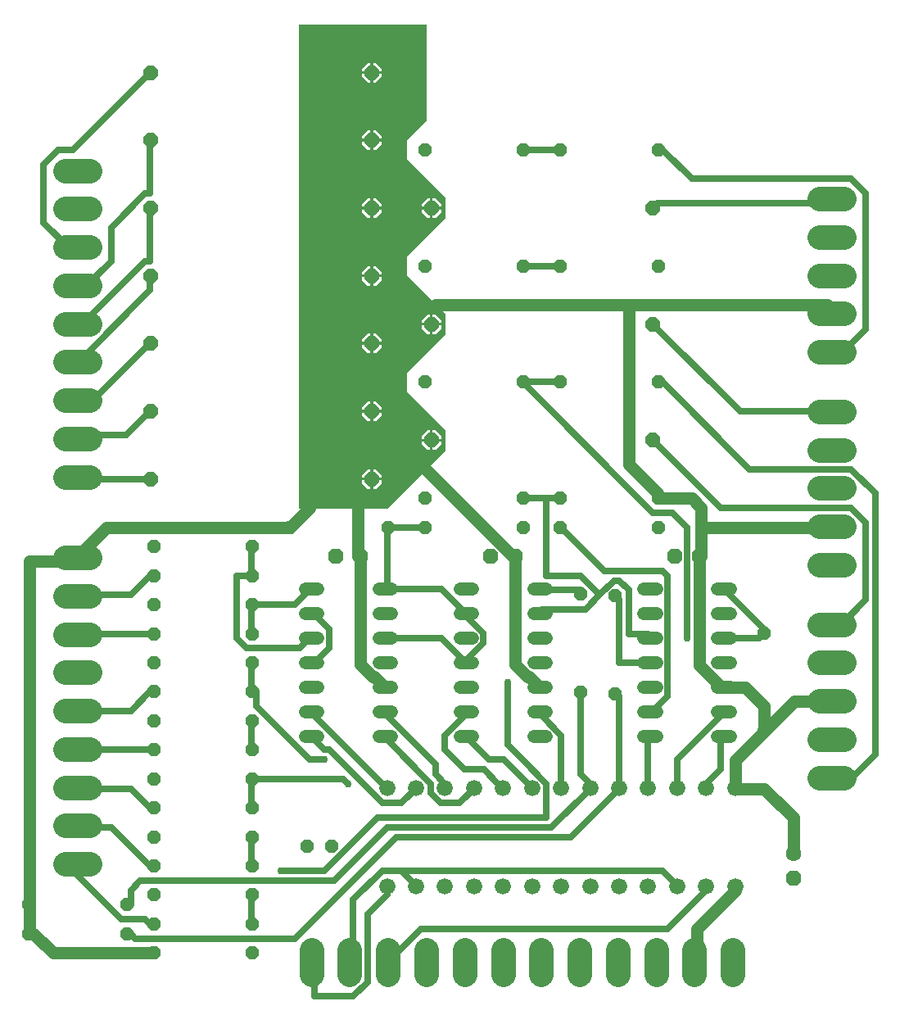
<source format=gbr>
G04 EAGLE Gerber RS-274X export*
G75*
%MOMM*%
%FSLAX34Y34*%
%LPD*%
%INTop Copper*%
%IPPOS*%
%AMOC8*
5,1,8,0,0,1.08239X$1,22.5*%
G01*
%ADD10P,1.732040X8X292.500000*%
%ADD11C,1.600200*%
%ADD12C,1.676400*%
%ADD13C,1.320800*%
%ADD14C,2.550000*%
%ADD15P,1.429621X8X202.500000*%
%ADD16P,1.649562X8X22.500000*%
%ADD17P,1.429621X8X22.500000*%
%ADD18P,1.649562X8X202.500000*%
%ADD19P,1.429621X8X292.500000*%
%ADD20P,1.429621X8X112.500000*%
%ADD21P,1.732040X8X202.500000*%
%ADD22C,0.635000*%
%ADD23C,1.270000*%
%ADD24C,0.756400*%

G36*
X550090Y569254D02*
X550090Y569254D01*
X550181Y569261D01*
X550211Y569273D01*
X550243Y569279D01*
X550323Y569321D01*
X550407Y569357D01*
X550439Y569383D01*
X550460Y569394D01*
X550482Y569417D01*
X550538Y569462D01*
X610538Y629462D01*
X610591Y629536D01*
X610651Y629605D01*
X610663Y629635D01*
X610682Y629661D01*
X610709Y629748D01*
X610743Y629833D01*
X610747Y629874D01*
X610754Y629897D01*
X610753Y629929D01*
X610761Y630000D01*
X610761Y650000D01*
X610747Y650090D01*
X610739Y650181D01*
X610727Y650211D01*
X610722Y650243D01*
X610679Y650323D01*
X610643Y650407D01*
X610617Y650439D01*
X610606Y650460D01*
X610583Y650482D01*
X610538Y650538D01*
X570761Y690315D01*
X570761Y709685D01*
X610538Y749462D01*
X610591Y749536D01*
X610651Y749605D01*
X610663Y749635D01*
X610682Y749661D01*
X610709Y749748D01*
X610743Y749833D01*
X610747Y749874D01*
X610754Y749897D01*
X610753Y749929D01*
X610761Y750000D01*
X610761Y770000D01*
X610747Y770090D01*
X610739Y770181D01*
X610727Y770211D01*
X610722Y770243D01*
X610679Y770323D01*
X610643Y770407D01*
X610617Y770439D01*
X610606Y770460D01*
X610583Y770482D01*
X610538Y770538D01*
X570761Y810315D01*
X570761Y829685D01*
X610538Y869462D01*
X610591Y869536D01*
X610651Y869605D01*
X610663Y869635D01*
X610682Y869661D01*
X610709Y869748D01*
X610743Y869833D01*
X610747Y869874D01*
X610754Y869897D01*
X610753Y869929D01*
X610761Y870000D01*
X610761Y890000D01*
X610747Y890090D01*
X610739Y890181D01*
X610727Y890211D01*
X610722Y890243D01*
X610679Y890323D01*
X610643Y890407D01*
X610617Y890439D01*
X610606Y890460D01*
X610583Y890482D01*
X610538Y890538D01*
X570761Y930315D01*
X570761Y949685D01*
X590538Y969462D01*
X590591Y969536D01*
X590651Y969605D01*
X590663Y969635D01*
X590682Y969661D01*
X590709Y969748D01*
X590743Y969833D01*
X590747Y969874D01*
X590754Y969897D01*
X590753Y969929D01*
X590761Y970000D01*
X590761Y1069078D01*
X590758Y1069098D01*
X590760Y1069117D01*
X590738Y1069219D01*
X590722Y1069321D01*
X590712Y1069338D01*
X590708Y1069358D01*
X590655Y1069447D01*
X590606Y1069538D01*
X590592Y1069552D01*
X590582Y1069569D01*
X590503Y1069636D01*
X590428Y1069708D01*
X590410Y1069716D01*
X590395Y1069729D01*
X590299Y1069768D01*
X590205Y1069811D01*
X590185Y1069813D01*
X590167Y1069821D01*
X590000Y1069839D01*
X460000Y1069839D01*
X459980Y1069836D01*
X459961Y1069838D01*
X459859Y1069816D01*
X459757Y1069800D01*
X459740Y1069790D01*
X459720Y1069786D01*
X459631Y1069733D01*
X459540Y1069684D01*
X459526Y1069670D01*
X459509Y1069660D01*
X459442Y1069581D01*
X459371Y1069506D01*
X459362Y1069488D01*
X459349Y1069473D01*
X459310Y1069377D01*
X459267Y1069283D01*
X459265Y1069263D01*
X459257Y1069245D01*
X459239Y1069078D01*
X459239Y570000D01*
X459242Y569980D01*
X459240Y569961D01*
X459262Y569859D01*
X459279Y569757D01*
X459288Y569740D01*
X459292Y569720D01*
X459345Y569631D01*
X459394Y569540D01*
X459408Y569526D01*
X459418Y569509D01*
X459497Y569442D01*
X459572Y569371D01*
X459590Y569362D01*
X459605Y569349D01*
X459701Y569310D01*
X459795Y569267D01*
X459815Y569265D01*
X459833Y569257D01*
X460000Y569239D01*
X550000Y569239D01*
X550090Y569254D01*
G37*
%LPC*%
G36*
X597223Y641523D02*
X597223Y641523D01*
X597223Y650161D01*
X599909Y650161D01*
X605861Y644209D01*
X605861Y641523D01*
X597223Y641523D01*
G37*
%LPD*%
%LPC*%
G36*
X535823Y1021523D02*
X535823Y1021523D01*
X535823Y1030161D01*
X538509Y1030161D01*
X544461Y1024209D01*
X544461Y1021523D01*
X535823Y1021523D01*
G37*
%LPD*%
%LPC*%
G36*
X535823Y741523D02*
X535823Y741523D01*
X535823Y750161D01*
X538509Y750161D01*
X544461Y744209D01*
X544461Y741523D01*
X535823Y741523D01*
G37*
%LPD*%
%LPC*%
G36*
X597223Y761523D02*
X597223Y761523D01*
X597223Y770161D01*
X599909Y770161D01*
X605861Y764209D01*
X605861Y761523D01*
X597223Y761523D01*
G37*
%LPD*%
%LPC*%
G36*
X535823Y601523D02*
X535823Y601523D01*
X535823Y610161D01*
X538509Y610161D01*
X544461Y604209D01*
X544461Y601523D01*
X535823Y601523D01*
G37*
%LPD*%
%LPC*%
G36*
X535823Y811523D02*
X535823Y811523D01*
X535823Y820161D01*
X538509Y820161D01*
X544461Y814209D01*
X544461Y811523D01*
X535823Y811523D01*
G37*
%LPD*%
%LPC*%
G36*
X535823Y951523D02*
X535823Y951523D01*
X535823Y960161D01*
X538509Y960161D01*
X544461Y954209D01*
X544461Y951523D01*
X535823Y951523D01*
G37*
%LPD*%
%LPC*%
G36*
X535823Y671523D02*
X535823Y671523D01*
X535823Y680161D01*
X538509Y680161D01*
X544461Y674209D01*
X544461Y671523D01*
X535823Y671523D01*
G37*
%LPD*%
%LPC*%
G36*
X597223Y881523D02*
X597223Y881523D01*
X597223Y890161D01*
X599909Y890161D01*
X605861Y884209D01*
X605861Y881523D01*
X597223Y881523D01*
G37*
%LPD*%
%LPC*%
G36*
X535823Y881523D02*
X535823Y881523D01*
X535823Y890161D01*
X538509Y890161D01*
X544461Y884209D01*
X544461Y881523D01*
X535823Y881523D01*
G37*
%LPD*%
%LPC*%
G36*
X585539Y881523D02*
X585539Y881523D01*
X585539Y884209D01*
X591491Y890161D01*
X594177Y890161D01*
X594177Y881523D01*
X585539Y881523D01*
G37*
%LPD*%
%LPC*%
G36*
X524139Y881523D02*
X524139Y881523D01*
X524139Y884209D01*
X530091Y890161D01*
X532777Y890161D01*
X532777Y881523D01*
X524139Y881523D01*
G37*
%LPD*%
%LPC*%
G36*
X524139Y741523D02*
X524139Y741523D01*
X524139Y744209D01*
X530091Y750161D01*
X532777Y750161D01*
X532777Y741523D01*
X524139Y741523D01*
G37*
%LPD*%
%LPC*%
G36*
X585539Y761523D02*
X585539Y761523D01*
X585539Y764209D01*
X591491Y770161D01*
X594177Y770161D01*
X594177Y761523D01*
X585539Y761523D01*
G37*
%LPD*%
%LPC*%
G36*
X524139Y1021523D02*
X524139Y1021523D01*
X524139Y1024209D01*
X530091Y1030161D01*
X532777Y1030161D01*
X532777Y1021523D01*
X524139Y1021523D01*
G37*
%LPD*%
%LPC*%
G36*
X585539Y641523D02*
X585539Y641523D01*
X585539Y644209D01*
X591491Y650161D01*
X594177Y650161D01*
X594177Y641523D01*
X585539Y641523D01*
G37*
%LPD*%
%LPC*%
G36*
X524139Y671523D02*
X524139Y671523D01*
X524139Y674209D01*
X530091Y680161D01*
X532777Y680161D01*
X532777Y671523D01*
X524139Y671523D01*
G37*
%LPD*%
%LPC*%
G36*
X524139Y951523D02*
X524139Y951523D01*
X524139Y954209D01*
X530091Y960161D01*
X532777Y960161D01*
X532777Y951523D01*
X524139Y951523D01*
G37*
%LPD*%
%LPC*%
G36*
X524139Y811523D02*
X524139Y811523D01*
X524139Y814209D01*
X530091Y820161D01*
X532777Y820161D01*
X532777Y811523D01*
X524139Y811523D01*
G37*
%LPD*%
%LPC*%
G36*
X524139Y601523D02*
X524139Y601523D01*
X524139Y604209D01*
X530091Y610161D01*
X532777Y610161D01*
X532777Y601523D01*
X524139Y601523D01*
G37*
%LPD*%
%LPC*%
G36*
X535823Y869839D02*
X535823Y869839D01*
X535823Y878477D01*
X544461Y878477D01*
X544461Y875791D01*
X538509Y869839D01*
X535823Y869839D01*
G37*
%LPD*%
%LPC*%
G36*
X535823Y659839D02*
X535823Y659839D01*
X535823Y668477D01*
X544461Y668477D01*
X544461Y665791D01*
X538509Y659839D01*
X535823Y659839D01*
G37*
%LPD*%
%LPC*%
G36*
X597223Y869839D02*
X597223Y869839D01*
X597223Y878477D01*
X605861Y878477D01*
X605861Y875791D01*
X599909Y869839D01*
X597223Y869839D01*
G37*
%LPD*%
%LPC*%
G36*
X535823Y799839D02*
X535823Y799839D01*
X535823Y808477D01*
X544461Y808477D01*
X544461Y805791D01*
X538509Y799839D01*
X535823Y799839D01*
G37*
%LPD*%
%LPC*%
G36*
X535823Y729839D02*
X535823Y729839D01*
X535823Y738477D01*
X544461Y738477D01*
X544461Y735791D01*
X538509Y729839D01*
X535823Y729839D01*
G37*
%LPD*%
%LPC*%
G36*
X535823Y939839D02*
X535823Y939839D01*
X535823Y948477D01*
X544461Y948477D01*
X544461Y945791D01*
X538509Y939839D01*
X535823Y939839D01*
G37*
%LPD*%
%LPC*%
G36*
X535823Y1009839D02*
X535823Y1009839D01*
X535823Y1018477D01*
X544461Y1018477D01*
X544461Y1015791D01*
X538509Y1009839D01*
X535823Y1009839D01*
G37*
%LPD*%
%LPC*%
G36*
X535823Y589839D02*
X535823Y589839D01*
X535823Y598477D01*
X544461Y598477D01*
X544461Y595791D01*
X538509Y589839D01*
X535823Y589839D01*
G37*
%LPD*%
%LPC*%
G36*
X597223Y749839D02*
X597223Y749839D01*
X597223Y758477D01*
X605861Y758477D01*
X605861Y755791D01*
X599909Y749839D01*
X597223Y749839D01*
G37*
%LPD*%
%LPC*%
G36*
X597223Y629839D02*
X597223Y629839D01*
X597223Y638477D01*
X605861Y638477D01*
X605861Y635791D01*
X599909Y629839D01*
X597223Y629839D01*
G37*
%LPD*%
%LPC*%
G36*
X591491Y749839D02*
X591491Y749839D01*
X585539Y755791D01*
X585539Y758477D01*
X594177Y758477D01*
X594177Y749839D01*
X591491Y749839D01*
G37*
%LPD*%
%LPC*%
G36*
X530091Y589839D02*
X530091Y589839D01*
X524139Y595791D01*
X524139Y598477D01*
X532777Y598477D01*
X532777Y589839D01*
X530091Y589839D01*
G37*
%LPD*%
%LPC*%
G36*
X530091Y1009839D02*
X530091Y1009839D01*
X524139Y1015791D01*
X524139Y1018477D01*
X532777Y1018477D01*
X532777Y1009839D01*
X530091Y1009839D01*
G37*
%LPD*%
%LPC*%
G36*
X530091Y799839D02*
X530091Y799839D01*
X524139Y805791D01*
X524139Y808477D01*
X532777Y808477D01*
X532777Y799839D01*
X530091Y799839D01*
G37*
%LPD*%
%LPC*%
G36*
X530091Y729839D02*
X530091Y729839D01*
X524139Y735791D01*
X524139Y738477D01*
X532777Y738477D01*
X532777Y729839D01*
X530091Y729839D01*
G37*
%LPD*%
%LPC*%
G36*
X591491Y629839D02*
X591491Y629839D01*
X585539Y635791D01*
X585539Y638477D01*
X594177Y638477D01*
X594177Y629839D01*
X591491Y629839D01*
G37*
%LPD*%
%LPC*%
G36*
X530091Y869839D02*
X530091Y869839D01*
X524139Y875791D01*
X524139Y878477D01*
X532777Y878477D01*
X532777Y869839D01*
X530091Y869839D01*
G37*
%LPD*%
%LPC*%
G36*
X530091Y939839D02*
X530091Y939839D01*
X524139Y945791D01*
X524139Y948477D01*
X532777Y948477D01*
X532777Y939839D01*
X530091Y939839D01*
G37*
%LPD*%
%LPC*%
G36*
X591491Y869839D02*
X591491Y869839D01*
X585539Y875791D01*
X585539Y878477D01*
X594177Y878477D01*
X594177Y869839D01*
X591491Y869839D01*
G37*
%LPD*%
%LPC*%
G36*
X530091Y659839D02*
X530091Y659839D01*
X524139Y665791D01*
X524139Y668477D01*
X532777Y668477D01*
X532777Y659839D01*
X530091Y659839D01*
G37*
%LPD*%
%LPC*%
G36*
X595699Y759999D02*
X595699Y759999D01*
X595699Y760001D01*
X595701Y760001D01*
X595701Y759999D01*
X595699Y759999D01*
G37*
%LPD*%
%LPC*%
G36*
X595699Y879999D02*
X595699Y879999D01*
X595699Y880001D01*
X595701Y880001D01*
X595701Y879999D01*
X595699Y879999D01*
G37*
%LPD*%
%LPC*%
G36*
X595699Y639999D02*
X595699Y639999D01*
X595699Y640001D01*
X595701Y640001D01*
X595701Y639999D01*
X595699Y639999D01*
G37*
%LPD*%
%LPC*%
G36*
X534299Y669999D02*
X534299Y669999D01*
X534299Y670001D01*
X534301Y670001D01*
X534301Y669999D01*
X534299Y669999D01*
G37*
%LPD*%
%LPC*%
G36*
X534299Y809999D02*
X534299Y809999D01*
X534299Y810001D01*
X534301Y810001D01*
X534301Y809999D01*
X534299Y809999D01*
G37*
%LPD*%
%LPC*%
G36*
X534299Y949999D02*
X534299Y949999D01*
X534299Y950001D01*
X534301Y950001D01*
X534301Y949999D01*
X534299Y949999D01*
G37*
%LPD*%
%LPC*%
G36*
X534299Y739999D02*
X534299Y739999D01*
X534299Y740001D01*
X534301Y740001D01*
X534301Y739999D01*
X534299Y739999D01*
G37*
%LPD*%
%LPC*%
G36*
X534299Y599999D02*
X534299Y599999D01*
X534299Y600001D01*
X534301Y600001D01*
X534301Y599999D01*
X534299Y599999D01*
G37*
%LPD*%
%LPC*%
G36*
X534299Y1019999D02*
X534299Y1019999D01*
X534299Y1020001D01*
X534301Y1020001D01*
X534301Y1019999D01*
X534299Y1019999D01*
G37*
%LPD*%
%LPC*%
G36*
X534299Y879999D02*
X534299Y879999D01*
X534299Y880001D01*
X534301Y880001D01*
X534301Y879999D01*
X534299Y879999D01*
G37*
%LPD*%
D10*
X970000Y187300D03*
D11*
X970000Y212700D03*
D12*
X550000Y179200D03*
X550000Y280800D03*
X820000Y179200D03*
X820000Y280800D03*
X850000Y179200D03*
X850000Y280800D03*
X880000Y179200D03*
X880000Y280800D03*
X910000Y179200D03*
X910000Y280800D03*
X580000Y179200D03*
X580000Y280800D03*
X610000Y179200D03*
X610000Y280800D03*
X640000Y179200D03*
X640000Y280800D03*
X670000Y179200D03*
X670000Y280800D03*
X700000Y179200D03*
X700000Y280800D03*
X730000Y179200D03*
X730000Y280800D03*
X760000Y280800D03*
X760000Y179200D03*
X790000Y280800D03*
X790000Y179200D03*
D13*
X554704Y333800D02*
X541496Y333800D01*
X541496Y359200D02*
X554704Y359200D01*
X554704Y486200D02*
X541496Y486200D01*
X478504Y486200D02*
X465296Y486200D01*
X541496Y384600D02*
X554704Y384600D01*
X554704Y410000D02*
X541496Y410000D01*
X541496Y460800D02*
X554704Y460800D01*
X554704Y435400D02*
X541496Y435400D01*
X478504Y460800D02*
X465296Y460800D01*
X465296Y435400D02*
X478504Y435400D01*
X478504Y410000D02*
X465296Y410000D01*
X465296Y384600D02*
X478504Y384600D01*
X478504Y359200D02*
X465296Y359200D01*
X465296Y333800D02*
X478504Y333800D01*
X701496Y333800D02*
X714704Y333800D01*
X714704Y359200D02*
X701496Y359200D01*
X701496Y486200D02*
X714704Y486200D01*
X638504Y486200D02*
X625296Y486200D01*
X701496Y384600D02*
X714704Y384600D01*
X714704Y410000D02*
X701496Y410000D01*
X701496Y460800D02*
X714704Y460800D01*
X714704Y435400D02*
X701496Y435400D01*
X638504Y460800D02*
X625296Y460800D01*
X625296Y435400D02*
X638504Y435400D01*
X638504Y410000D02*
X625296Y410000D01*
X625296Y384600D02*
X638504Y384600D01*
X638504Y359200D02*
X625296Y359200D01*
X625296Y333800D02*
X638504Y333800D01*
X891496Y333800D02*
X904704Y333800D01*
X904704Y359200D02*
X891496Y359200D01*
X891496Y486200D02*
X904704Y486200D01*
X828504Y486200D02*
X815296Y486200D01*
X891496Y384600D02*
X904704Y384600D01*
X904704Y410000D02*
X891496Y410000D01*
X891496Y460800D02*
X904704Y460800D01*
X904704Y435400D02*
X891496Y435400D01*
X828504Y460800D02*
X815296Y460800D01*
X815296Y435400D02*
X828504Y435400D01*
X828504Y410000D02*
X815296Y410000D01*
X815296Y384600D02*
X828504Y384600D01*
X828504Y359200D02*
X815296Y359200D01*
X815296Y333800D02*
X828504Y333800D01*
D14*
X242750Y918400D02*
X217250Y918400D01*
X217250Y878800D02*
X242750Y878800D01*
X242750Y839200D02*
X217250Y839200D01*
X217250Y799600D02*
X242750Y799600D01*
X242750Y760000D02*
X217250Y760000D01*
X217250Y720400D02*
X242750Y720400D01*
X242750Y680800D02*
X217250Y680800D01*
X217250Y641200D02*
X242750Y641200D01*
X242750Y601600D02*
X217250Y601600D01*
X217250Y518400D02*
X242750Y518400D01*
X242750Y478800D02*
X217250Y478800D01*
X217250Y439200D02*
X242750Y439200D01*
X242750Y399600D02*
X217250Y399600D01*
X217250Y360000D02*
X242750Y360000D01*
X242750Y320400D02*
X217250Y320400D01*
X217250Y280800D02*
X242750Y280800D01*
X242750Y241200D02*
X217250Y241200D01*
X217250Y201600D02*
X242750Y201600D01*
X472200Y112750D02*
X472200Y87250D01*
X511800Y87250D02*
X511800Y112750D01*
X551400Y112750D02*
X551400Y87250D01*
X591000Y87250D02*
X591000Y112750D01*
X630600Y112750D02*
X630600Y87250D01*
X670200Y87250D02*
X670200Y112750D01*
X709800Y112750D02*
X709800Y87250D01*
X749400Y87250D02*
X749400Y112750D01*
X789000Y112750D02*
X789000Y87250D01*
X828600Y87250D02*
X828600Y112750D01*
X868200Y112750D02*
X868200Y87250D01*
X907800Y87250D02*
X907800Y112750D01*
X997250Y290800D02*
X1022750Y290800D01*
X1022750Y330400D02*
X997250Y330400D01*
X997250Y370000D02*
X1022750Y370000D01*
X1022750Y409600D02*
X997250Y409600D01*
X997250Y449200D02*
X1022750Y449200D01*
X1022750Y510800D02*
X997250Y510800D01*
X997250Y550400D02*
X1022750Y550400D01*
X1022750Y590000D02*
X997250Y590000D01*
X997250Y629600D02*
X1022750Y629600D01*
X1022750Y669200D02*
X997250Y669200D01*
X997250Y730800D02*
X1022750Y730800D01*
X1022750Y770400D02*
X997250Y770400D01*
X997250Y810000D02*
X1022750Y810000D01*
X1022750Y849600D02*
X997250Y849600D01*
X997250Y889200D02*
X1022750Y889200D01*
D15*
X492700Y220000D03*
X467300Y220000D03*
D16*
X305700Y1020000D03*
X534300Y1020000D03*
D17*
X309200Y470000D03*
X410800Y470000D03*
X309200Y440000D03*
X410800Y440000D03*
X309200Y410000D03*
X410800Y410000D03*
X309200Y380000D03*
X410800Y380000D03*
X309200Y350000D03*
X410800Y350000D03*
X309200Y320000D03*
X410800Y320000D03*
X309200Y290000D03*
X410800Y290000D03*
X309200Y260000D03*
X410800Y260000D03*
X309200Y230000D03*
X410800Y230000D03*
X309200Y200000D03*
X410800Y200000D03*
D16*
X305700Y950000D03*
X534300Y950000D03*
D17*
X309200Y170000D03*
X410800Y170000D03*
X309200Y140000D03*
X410800Y140000D03*
X309200Y110000D03*
X410800Y110000D03*
X589200Y940000D03*
X690800Y940000D03*
D15*
X830800Y940000D03*
X729200Y940000D03*
D18*
X824300Y880000D03*
X595700Y880000D03*
D17*
X589200Y820000D03*
X690800Y820000D03*
D15*
X830800Y820000D03*
X729200Y820000D03*
D18*
X824300Y760000D03*
X595700Y760000D03*
D17*
X589200Y700000D03*
X690800Y700000D03*
D16*
X305700Y880000D03*
X534300Y880000D03*
D15*
X830800Y700000D03*
X729200Y700000D03*
D18*
X824300Y640000D03*
X595700Y640000D03*
D17*
X449200Y550000D03*
X550800Y550000D03*
X589200Y580000D03*
X690800Y580000D03*
X589200Y550000D03*
X690800Y550000D03*
X729200Y580000D03*
X830800Y580000D03*
D15*
X830800Y550000D03*
X729200Y550000D03*
D19*
X750000Y480800D03*
X750000Y379200D03*
X785500Y479300D03*
X785500Y377700D03*
D20*
X940000Y339200D03*
X940000Y440800D03*
D16*
X305700Y810000D03*
X534300Y810000D03*
D15*
X280800Y160000D03*
X179200Y160000D03*
X280800Y130000D03*
X179200Y130000D03*
D16*
X305700Y740000D03*
X534300Y740000D03*
X305700Y670000D03*
X534300Y670000D03*
X305700Y600000D03*
X534300Y600000D03*
D17*
X309200Y530000D03*
X410800Y530000D03*
X309200Y500000D03*
X410800Y500000D03*
D21*
X522700Y520000D03*
X497300Y520000D03*
X682700Y520000D03*
X657300Y520000D03*
X872700Y520000D03*
X847300Y520000D03*
D22*
X545000Y285000D02*
X475000Y355000D01*
X545000Y285000D02*
X550000Y285000D01*
X475000Y355000D02*
X471900Y359200D01*
X550000Y285000D02*
X550000Y280800D01*
X485000Y320000D02*
X475000Y330000D01*
X485000Y320000D02*
X490000Y320000D01*
X545000Y265000D01*
X565000Y265000D01*
X580000Y280000D01*
X475000Y330000D02*
X471900Y333800D01*
X580000Y280800D02*
X580000Y280000D01*
X600000Y305000D02*
X550000Y355000D01*
X600000Y305000D02*
X600000Y295000D01*
X610000Y285000D01*
X550000Y355000D02*
X548100Y359200D01*
X610000Y285000D02*
X610000Y280800D01*
X595000Y285000D02*
X550000Y330000D01*
X605000Y265000D02*
X625000Y265000D01*
X605000Y265000D02*
X595000Y275000D01*
X595000Y285000D01*
X625000Y265000D02*
X640000Y280000D01*
X550000Y330000D02*
X548100Y333800D01*
X640000Y280800D02*
X640000Y280000D01*
X475000Y100000D02*
X475000Y65000D01*
X515000Y65000D01*
X530000Y80000D01*
X530000Y150000D01*
X475000Y100000D02*
X472200Y100000D01*
X530000Y150000D02*
X550000Y170000D01*
X550000Y179200D01*
X565000Y195000D02*
X580000Y180000D01*
X565000Y195000D02*
X545000Y195000D01*
X515000Y165000D01*
X515000Y100000D01*
X580000Y179200D02*
X580000Y180000D01*
X515000Y100000D02*
X511800Y100000D01*
X835000Y195000D02*
X850000Y180000D01*
X835000Y195000D02*
X565000Y195000D01*
X850000Y180000D02*
X850000Y179200D01*
X880000Y175000D02*
X840000Y135000D01*
X585000Y135000D01*
X550000Y100000D01*
X880000Y175000D02*
X880000Y179200D01*
X551400Y100000D02*
X550000Y100000D01*
D23*
X940000Y280000D02*
X970000Y250000D01*
X970000Y212700D01*
X940000Y280000D02*
X910000Y280000D01*
X910000Y280800D01*
X865000Y580000D02*
X830800Y580000D01*
X865000Y580000D02*
X875000Y570000D01*
X875000Y550000D02*
X875000Y520000D01*
X875000Y550000D02*
X875000Y570000D01*
X875000Y520000D02*
X872700Y520000D01*
X875000Y550000D02*
X1010000Y550000D01*
X1010000Y550400D01*
X180000Y160000D02*
X180000Y130000D01*
X179200Y130000D01*
X179200Y160000D02*
X180000Y160000D01*
X205000Y110000D02*
X309200Y110000D01*
X205000Y110000D02*
X185000Y130000D01*
X179200Y130000D01*
X450000Y550000D02*
X470000Y570000D01*
X450000Y550000D02*
X449200Y550000D01*
X520000Y570000D02*
X520000Y520000D01*
X522700Y520000D01*
X260000Y550000D02*
X230000Y520000D01*
X260000Y550000D02*
X449200Y550000D01*
X230000Y520000D02*
X230000Y518400D01*
X1005000Y780000D02*
X1010000Y775000D01*
X800000Y780000D02*
X600000Y780000D01*
X800000Y780000D02*
X1005000Y780000D01*
X1010000Y775000D02*
X1010000Y770400D01*
X680000Y520000D02*
X590000Y610000D01*
X680000Y520000D02*
X682700Y520000D01*
X225000Y515000D02*
X180000Y515000D01*
X180000Y165000D01*
X179200Y160000D01*
X225000Y515000D02*
X230000Y518400D01*
X800000Y615000D02*
X830000Y585000D01*
X800000Y615000D02*
X800000Y780000D01*
X830000Y585000D02*
X830800Y580000D01*
X872700Y520000D02*
X872700Y407300D01*
X697178Y395522D02*
X695499Y395522D01*
X697178Y395522D02*
X708100Y384600D01*
X682700Y408321D02*
X682700Y520000D01*
X682700Y408321D02*
X695499Y395522D01*
X537178Y395522D02*
X535499Y395522D01*
X537178Y395522D02*
X548100Y384600D01*
X522700Y408321D02*
X522700Y520000D01*
X522700Y408321D02*
X535499Y395522D01*
X910000Y309200D02*
X910000Y280800D01*
X910000Y309200D02*
X940000Y339200D01*
X970800Y370000D01*
X1010000Y370000D01*
X895400Y384600D02*
X872700Y407300D01*
X895400Y384600D02*
X898100Y384600D01*
X919600Y384600D01*
X920000Y385000D01*
X940000Y365000D01*
X940000Y339200D01*
D22*
X630000Y355000D02*
X610000Y335000D01*
X630000Y300000D02*
X650000Y300000D01*
X630000Y300000D02*
X610000Y320000D01*
X610000Y335000D01*
X650000Y300000D02*
X665000Y285000D01*
X670000Y285000D01*
X630000Y355000D02*
X631900Y359200D01*
X670000Y285000D02*
X670000Y280800D01*
X655700Y310000D02*
X631900Y333800D01*
X670800Y310000D02*
X700000Y280800D01*
X670800Y310000D02*
X655700Y310000D01*
X710000Y355000D02*
X730000Y335000D01*
X730000Y280800D01*
X710000Y355000D02*
X708100Y359200D01*
D23*
X910000Y175000D02*
X870000Y135000D01*
X870000Y100000D01*
X910000Y175000D02*
X910000Y179200D01*
X870000Y100000D02*
X868200Y100000D01*
D22*
X410000Y500000D02*
X410000Y530000D01*
X410800Y530000D01*
X470000Y435000D02*
X460000Y425000D01*
X405000Y425000D01*
X395000Y435000D01*
X395000Y500000D01*
X410000Y500000D01*
X470000Y435000D02*
X471900Y435400D01*
X410800Y500000D02*
X410000Y500000D01*
X410000Y470000D02*
X410000Y440000D01*
X410800Y440000D01*
X410800Y470000D02*
X410000Y470000D01*
X455000Y470000D02*
X470000Y485000D01*
X455000Y470000D02*
X410800Y470000D01*
X470000Y485000D02*
X471900Y486200D01*
X410000Y410000D02*
X410000Y380000D01*
X410800Y380000D01*
X410800Y410000D02*
X410000Y410000D01*
X470000Y310000D02*
X485000Y310000D01*
X470000Y310000D02*
X415000Y365000D01*
X415000Y380000D01*
X410800Y380000D01*
D24*
X485000Y310000D03*
D22*
X410000Y320000D02*
X410000Y350000D01*
X410000Y320000D02*
X410800Y320000D01*
X410800Y350000D02*
X410000Y350000D01*
X410000Y290000D02*
X410000Y260000D01*
X410800Y260000D01*
X410800Y290000D02*
X410000Y290000D01*
X505000Y290000D02*
X510000Y285000D01*
X505000Y290000D02*
X410800Y290000D01*
D24*
X510000Y285000D03*
D22*
X410000Y230000D02*
X410000Y200000D01*
X410800Y200000D01*
X410800Y230000D02*
X410000Y230000D01*
X410000Y170000D02*
X410000Y140000D01*
X410800Y140000D01*
X410800Y170000D02*
X410000Y170000D01*
X675000Y325000D02*
X690000Y310000D01*
X675000Y325000D02*
X675000Y390000D01*
X690000Y310000D02*
X715000Y285000D01*
X715000Y250000D01*
X540000Y250000D01*
X485000Y195000D01*
X440000Y195000D01*
D24*
X675000Y390000D03*
X440000Y195000D03*
D22*
X690800Y940000D02*
X729200Y940000D01*
X729200Y820000D02*
X690800Y820000D01*
X690800Y700000D02*
X729200Y700000D01*
X825000Y565000D02*
X845000Y565000D01*
X860000Y550000D01*
X860000Y435000D01*
X825000Y565000D02*
X690000Y700000D01*
X690800Y700000D01*
D24*
X860000Y435000D03*
D22*
X305000Y500000D02*
X285000Y480000D01*
X230000Y480000D01*
X305000Y500000D02*
X309200Y500000D01*
X230000Y480000D02*
X230000Y478800D01*
X230000Y440000D02*
X309200Y440000D01*
X230000Y440000D02*
X230000Y439200D01*
X305000Y380000D02*
X285000Y360000D01*
X230000Y360000D01*
X305000Y380000D02*
X309200Y380000D01*
X309200Y320000D02*
X230000Y320000D01*
X230000Y320400D01*
X285000Y280000D02*
X305000Y260000D01*
X285000Y280000D02*
X230000Y280000D01*
X305000Y260000D02*
X309200Y260000D01*
X230000Y280000D02*
X230000Y280800D01*
X265000Y240000D02*
X305000Y200000D01*
X265000Y240000D02*
X230000Y240000D01*
X305000Y200000D02*
X309200Y200000D01*
X230000Y240000D02*
X230000Y241200D01*
X300000Y145000D02*
X305000Y140000D01*
X300000Y145000D02*
X275000Y145000D01*
X230000Y190000D01*
X230000Y201600D01*
X305000Y140000D02*
X309200Y140000D01*
X865000Y910000D02*
X835000Y940000D01*
X865000Y910000D02*
X1030000Y910000D01*
X1045000Y895000D01*
X1025000Y735000D02*
X1010000Y735000D01*
X1025000Y735000D02*
X1045000Y755000D01*
X1045000Y895000D01*
X835000Y940000D02*
X830800Y940000D01*
X1010000Y735000D02*
X1010000Y730800D01*
X925000Y610000D02*
X835000Y700000D01*
X925000Y610000D02*
X1030000Y610000D01*
X1055000Y585000D01*
X1035000Y295000D02*
X1010000Y295000D01*
X1035000Y295000D02*
X1055000Y315000D01*
X1055000Y585000D01*
X835000Y700000D02*
X830800Y700000D01*
X1010000Y295000D02*
X1010000Y290800D01*
X820000Y280800D02*
X820000Y330000D01*
X821900Y333800D01*
X850000Y310000D02*
X895000Y355000D01*
X850000Y310000D02*
X850000Y280800D01*
X895000Y355000D02*
X898100Y359200D01*
X895000Y300000D02*
X880000Y285000D01*
X895000Y300000D02*
X895000Y330000D01*
X898100Y333800D01*
X880000Y285000D02*
X880000Y280800D01*
X490000Y425000D02*
X475000Y410000D01*
X490000Y445000D02*
X475000Y460000D01*
X490000Y445000D02*
X490000Y425000D01*
X475000Y410000D02*
X471900Y410000D01*
X475000Y460000D02*
X471900Y460800D01*
X550800Y550000D02*
X589200Y550000D01*
X550000Y550000D02*
X550000Y490000D01*
X550000Y550000D02*
X550800Y550000D01*
X550000Y490000D02*
X548100Y486200D01*
X606500Y486200D01*
X631900Y460800D01*
X649807Y440082D02*
X649807Y430718D01*
X631900Y457989D02*
X631900Y460800D01*
X631900Y412811D02*
X631900Y410000D01*
X649807Y440082D02*
X631900Y457989D01*
X649807Y430718D02*
X631900Y412811D01*
X631900Y410000D02*
X606500Y435400D01*
X548100Y435400D01*
X898100Y486200D02*
X940000Y444300D01*
X940000Y440800D01*
X934600Y435400D01*
X898100Y435400D01*
X729200Y580000D02*
X715000Y580000D01*
X690800Y580000D01*
X710000Y465000D02*
X755000Y465000D01*
X770000Y480000D02*
X785000Y495000D01*
X770000Y480000D02*
X755000Y465000D01*
X785000Y495000D02*
X790000Y495000D01*
X800000Y485000D01*
X800000Y440000D01*
X820000Y440000D01*
X710000Y465000D02*
X708100Y460800D01*
X820000Y440000D02*
X821900Y435400D01*
X715000Y500000D02*
X715000Y580000D01*
X715000Y500000D02*
X750000Y500000D01*
X770000Y480000D01*
X290000Y125000D02*
X285000Y130000D01*
X290000Y125000D02*
X455000Y125000D01*
X560000Y230000D01*
X740000Y230000D01*
X790000Y280000D01*
X285000Y130000D02*
X280800Y130000D01*
X790000Y280000D02*
X790000Y280800D01*
X790000Y375000D01*
X785500Y377700D01*
X790000Y410000D02*
X790000Y475000D01*
X790000Y410000D02*
X821900Y410000D01*
X790000Y475000D02*
X785500Y479300D01*
X495000Y185000D02*
X295000Y185000D01*
X285000Y175000D01*
X285000Y160000D01*
X495000Y185000D02*
X550000Y240000D01*
X720000Y240000D01*
X760000Y280000D01*
X285000Y160000D02*
X280800Y160000D01*
X760000Y280000D02*
X760000Y280800D01*
X760000Y285000D02*
X750000Y295000D01*
X750000Y379200D01*
X760000Y285000D02*
X760000Y280800D01*
X825000Y360000D02*
X840000Y375000D01*
X835000Y505000D02*
X775000Y505000D01*
X835000Y505000D02*
X840000Y500000D01*
X840000Y375000D01*
X775000Y505000D02*
X730000Y550000D01*
X821900Y359200D02*
X825000Y360000D01*
X730000Y550000D02*
X729200Y550000D01*
X710000Y485000D02*
X750000Y485000D01*
X710000Y485000D02*
X708100Y486200D01*
X750000Y485000D02*
X750000Y480800D01*
X825000Y880000D02*
X830000Y885000D01*
X1010000Y885000D01*
X825000Y880000D02*
X824300Y880000D01*
X1010000Y885000D02*
X1010000Y889200D01*
X825000Y760000D02*
X915000Y670000D01*
X1010000Y670000D01*
X825000Y760000D02*
X824300Y760000D01*
X1010000Y670000D02*
X1010000Y669200D01*
X895000Y570000D02*
X825000Y640000D01*
X895000Y570000D02*
X1030000Y570000D01*
X1045000Y555000D01*
X1020000Y450000D02*
X1010000Y450000D01*
X1020000Y450000D02*
X1045000Y475000D01*
X1045000Y555000D01*
X825000Y640000D02*
X824300Y640000D01*
X1010000Y450000D02*
X1010000Y449200D01*
X305000Y1020000D02*
X225000Y940000D01*
X210000Y940000D01*
X195000Y925000D01*
X220000Y840000D02*
X230000Y840000D01*
X220000Y840000D02*
X195000Y865000D01*
X195000Y925000D01*
X305000Y1020000D02*
X305700Y1020000D01*
X230000Y840000D02*
X230000Y839200D01*
X305000Y895000D02*
X305000Y950000D01*
X305000Y895000D02*
X300000Y895000D01*
X265000Y860000D01*
X240000Y800000D02*
X230000Y800000D01*
X240000Y800000D02*
X265000Y825000D01*
X265000Y860000D01*
X305000Y950000D02*
X305700Y950000D01*
X230000Y800000D02*
X230000Y799600D01*
X305000Y825000D02*
X305000Y880000D01*
X305000Y825000D02*
X300000Y825000D01*
X275000Y800000D01*
X240000Y765000D02*
X235000Y765000D01*
X240000Y765000D02*
X275000Y800000D01*
X235000Y765000D02*
X230000Y760000D01*
X305000Y880000D02*
X305700Y880000D01*
X305000Y795000D02*
X235000Y725000D01*
X305000Y795000D02*
X305000Y810000D01*
X235000Y725000D02*
X230000Y725000D01*
X305000Y810000D02*
X305700Y810000D01*
X230000Y725000D02*
X230000Y720400D01*
X250000Y685000D02*
X305000Y740000D01*
X250000Y685000D02*
X230000Y685000D01*
X305000Y740000D02*
X305700Y740000D01*
X230000Y685000D02*
X230000Y680800D01*
X280000Y645000D02*
X305000Y670000D01*
X280000Y645000D02*
X230000Y645000D01*
X305000Y670000D02*
X305700Y670000D01*
X230000Y645000D02*
X230000Y641200D01*
X230000Y600000D02*
X305700Y600000D01*
X230000Y600000D02*
X230000Y601600D01*
M02*

</source>
